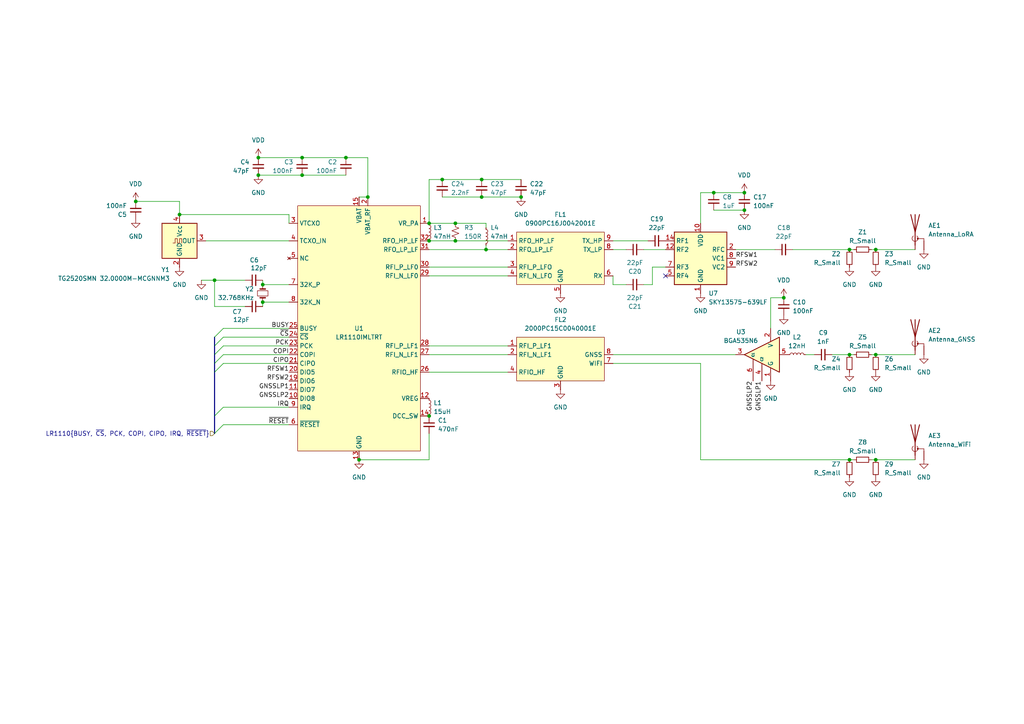
<source format=kicad_sch>
(kicad_sch (version 20250114) (generator "eeschema") (generator_version "9.0")
  (paper "A4")
  (lib_symbols
    (symbol "Device:Antenna_Shield" (pin_numbers (hide yes)) (pin_names (offset 1.016) (hide yes))
      (property "Reference" "AE" (at -1.905 4.445 0))
      (property "Value" "Antenna_Shield" (at -1.905 2.54 0))
      (symbol "Antenna_Shield_0_1"
        (arc (start 0 -2.667) (mid -0.8485 -2.1032) (end -0.508 -1.143))
        (polyline (pts (xy 0 5.08) (xy 0 -3.81)) (stroke (width 0.254)))
        (polyline (pts (xy 0 -2.54) (xy 0 0)))
        (arc (start 0.508 -1.143) (mid 0.8046 -2.0885) (end 0 -2.667))
        (polyline (pts (xy 0.762 -1.905) (xy 2.54 -1.905)))
        (circle (center 0.762 -1.905) (radius 0.1778) (fill (type outline)))
        (polyline (pts (xy 1.27 5.08) (xy 0 0) (xy -1.27 5.08)) (stroke (width 0.254)))
        (polyline (pts (xy 2.54 -2.54) (xy 2.54 -1.905)))
      )
      (symbol "Antenna_Shield_1_1"
        (pin input line (at 0 -5.08 90) (length 2.54) (name "A") (number "1"))
        (pin input line (at 2.54 -5.08 90) (length 2.54) (name "Shield") (number "2"))
      )
    )
    (symbol "Device:C_Small" (pin_numbers (hide yes)) (pin_names (offset 0.254) (hide yes))
      (property "Reference" "C" (at 0.254 1.778 0))
      (property "Value" "C_Small" (at 0.254 -2.032 0))
      (symbol "C_Small_0_1"
        (polyline (pts (xy -1.524 0.508) (xy 1.524 0.508)) (stroke (width 0.3048)))
        (polyline (pts (xy -1.524 -0.508) (xy 1.524 -0.508)) (stroke (width 0.3302)))
      )
      (symbol "C_Small_1_1"
        (pin passive line (at 0 2.54 270) (length 2.032) (name "~") (number "1"))
        (pin passive line (at 0 -2.54 90) (length 2.032) (name "~") (number "2"))
      )
    )
    (symbol "Device:Crystal_Small" (pin_numbers (hide yes)) (pin_names (offset 1.016) (hide yes))
      (property "Reference" "Y" (at 0 2.54 0))
      (property "Value" "Crystal_Small" (at 0 -2.54 0))
      (symbol "Crystal_Small_0_1"
        (polyline (pts (xy -1.27 -0.762) (xy -1.27 0.762)) (stroke (width 0.381)))
        (rectangle (start -0.762 -1.524) (end 0.762 1.524))
        (polyline (pts (xy 1.27 -0.762) (xy 1.27 0.762)) (stroke (width 0.381)))
      )
      (symbol "Crystal_Small_1_1"
        (pin passive line (at -2.54 0 0) (length 1.27) (name "1") (number "1"))
        (pin passive line (at 2.54 0 180) (length 1.27) (name "2") (number "2"))
      )
    )
    (symbol "Device:L_Small" (pin_numbers (hide yes)) (pin_names (offset 0.254) (hide yes))
      (property "Reference" "L" (at 0.762 1.016 0))
      (property "Value" "L_Small" (at 0.762 -1.016 0))
      (symbol "L_Small_0_1"
        (arc (start 0 2.032) (mid 0.5058 1.524) (end 0 1.016))
        (arc (start 0 1.016) (mid 0.5058 0.508) (end 0 0))
        (arc (start 0 0) (mid 0.5058 -0.508) (end 0 -1.016))
        (arc (start 0 -1.016) (mid 0.5058 -1.524) (end 0 -2.032))
      )
      (symbol "L_Small_1_1"
        (pin passive line (at 0 2.54 270) (length 0.508) (name "~") (number "1"))
        (pin passive line (at 0 -2.54 90) (length 0.508) (name "~") (number "2"))
      )
    )
    (symbol "Device:R_Small" (pin_numbers (hide yes)) (pin_names (offset 0.254) (hide yes))
      (property "Reference" "R" (at 0.762 0.508 0))
      (property "Value" "R_Small" (at 0.762 -1.016 0))
      (symbol "R_Small_0_1"
        (rectangle (start -0.762 1.778) (end 0.762 -1.778) (stroke (width 0.2032)))
      )
      (symbol "R_Small_1_1"
        (pin passive line (at 0 2.54 270) (length 0.762) (name "~") (number "1"))
        (pin passive line (at 0 -2.54 90) (length 0.762) (name "~") (number "2"))
      )
    )
    (symbol "Device:R_Small_US" (pin_numbers (hide yes)) (pin_names (offset 0.254) (hide yes))
      (property "Reference" "R" (at 0.762 0.508 0))
      (property "Value" "R_Small_US" (at 0.762 -1.016 0))
      (symbol "R_Small_US_1_1"
        (polyline (pts (xy 0 1.524) (xy 1.016 1.143) (xy 0 0.762) (xy -1.016 0.381) (xy 0 0)))
        (polyline (pts (xy 0 0) (xy 1.016 -0.381) (xy 0 -0.762) (xy -1.016 -1.143) (xy 0 -1.524)))
        (pin passive line (at 0 2.54 270) (length 1.016) (name "~") (number "1"))
        (pin passive line (at 0 -2.54 90) (length 1.016) (name "~") (number "2"))
      )
    )
    (symbol "Oscillator:TG2520SMN-xx.xxxxxxMhz-xxxxNM"
      (property "Reference" "Y" (at -5.08 6.35 0))
      (property "Value" "TG2520SMN-xx.xxxxxxMhz-xxxxNM" (at 1.27 -6.35 0))
      (symbol "TG2520SMN-xx.xxxxxxMhz-xxxxNM_0_1"
        (rectangle (start -5.08 5.08) (end 5.08 -5.08) (stroke (width 0.254)) (fill (type background)))
        (polyline (pts (xy -1.905 -0.635) (xy -1.27 -0.635) (xy -1.27 0.635) (xy -0.635 0.635) (xy -0.635 -0.635) (xy 0 -0.635) (xy 0 0.635) (xy 0.635 0.635) (xy 0.635 -0.635)))
      )
      (symbol "TG2520SMN-xx.xxxxxxMhz-xxxxNM_1_1"
        (pin no_connect line (at -5.08 0 0) (length 2.54) (hide yes) (name "NC") (number "1"))
        (pin power_in line (at 0 7.62 270) (length 2.54) (name "Vcc") (number "4"))
        (pin power_in line (at 0 -7.62 90) (length 2.54) (name "GND") (number "2"))
        (pin output line (at 7.62 0 180) (length 2.54) (name "OUT") (number "3"))
      )
    )
    (symbol "RF_Switch:SKY13575-639LF"
      (property "Reference" "U" (at -6.35 8.89 0))
      (property "Value" "SKY13575-639LF" (at 10.16 8.89 0))
      (symbol "SKY13575-639LF_0_1"
        (rectangle (start -7.62 7.62) (end 7.62 -7.62) (stroke (width 0.254)) (fill (type background)))
      )
      (symbol "SKY13575-639LF_1_1"
        (pin passive line (at -10.16 2.54 0) (length 2.54) (name "RFC") (number "2"))
        (pin input line (at -10.16 0 0) (length 2.54) (name "VC1") (number "8"))
        (pin input line (at -10.16 -2.54 0) (length 2.54) (name "VC2") (number "9"))
        (pin power_in line (at 0 10.16 270) (length 2.54) (name "VDD") (number "10"))
        (pin power_in line (at 0 -10.16 90) (length 2.54) (name "GND") (number "1"))
        (pin passive line (at 0 -10.16 90) (length 2.54) (hide yes) (name "GND") (number "11"))
        (pin passive line (at 0 -10.16 90) (length 2.54) (hide yes) (name "GND") (number "13"))
        (pin passive line (at 0 -10.16 90) (length 2.54) (hide yes) (name "GND") (number "15"))
        (pin passive line (at 0 -10.16 90) (length 2.54) (hide yes) (name "GND") (number "3"))
        (pin passive line (at 0 -10.16 90) (length 2.54) (hide yes) (name "GND") (number "4"))
        (pin passive line (at 0 -10.16 90) (length 2.54) (hide yes) (name "GND") (number "6"))
        (pin passive line (at 10.16 5.08 180) (length 2.54) (name "RF1") (number "14"))
        (pin passive line (at 10.16 2.54 180) (length 2.54) (name "RF2") (number "12"))
        (pin passive line (at 10.16 -2.54 180) (length 2.54) (name "RF3") (number "7"))
        (pin passive line (at 10.16 -5.08 180) (length 2.54) (name "RF4") (number "5"))
      )
    )
    (symbol "nRF54-LR1110-Fin-RF:0900PC16J0042001E"
      (property "Reference" "FL" (at 0 12.7 0))
      (property "Value" "0900PC16J0042001E" (at 0 10.16 0))
      (symbol "0900PC16J0042001E_0_0"
        (pin passive line (at -15.24 5.08 0) (length 2.54) (name "RFO_HP_LF") (number "1"))
        (pin passive line (at -15.24 -2.54 0) (length 2.54) (name "RFI_P_LFO") (number "3"))
        (pin passive line (at -15.24 -5.08 0) (length 2.54) (name "RFI_N_LFO") (number "4"))
        (pin passive line (at 0 -10.16 90) (length 2.54) (hide yes) (name "GND") (number "10"))
        (pin power_in line (at 0 -10.16 90) (length 2.54) (name "GND") (number "5"))
        (pin passive line (at 0 -10.16 90) (length 2.54) (hide yes) (name "GND") (number "7"))
        (pin passive line (at 15.24 5.08 180) (length 2.54) (name "TX_HP") (number "9"))
        (pin passive line (at 15.24 2.54 180) (length 2.54) (name "TX_LP") (number "8"))
        (pin passive line (at 15.24 -5.08 180) (length 2.54) (name "RX") (number "6"))
      )
      (symbol "0900PC16J0042001E_1_0"
        (pin passive line (at -15.24 2.54 0) (length 2.54) (name "RFO_LP_LF") (number "2"))
      )
      (symbol "0900PC16J0042001E_1_1"
        (rectangle (start -12.7 7.62) (end 12.7 -7.62) (fill (type background)))
      )
    )
    (symbol "nRF54-LR1110-Fin-RF:2000PC15C0040001E"
      (property "Reference" "FL" (at 0 12.7 0))
      (property "Value" "2000PC15C0040001E" (at 0 10.16 0))
      (symbol "2000PC15C0040001E_0_0"
        (pin passive line (at -15.24 5.08 0) (length 2.54) (name "RFI_P_LF1") (number "1"))
        (pin passive line (at -15.24 -2.54 0) (length 2.54) (name "RFIO_HF") (number "4"))
        (pin passive line (at 0 -7.62 90) (length 2.54) (hide yes) (name "GND") (number "10"))
        (pin power_in line (at 0 -7.62 90) (length 2.54) (name "GND") (number "3"))
        (pin passive line (at 0 -7.62 90) (length 2.54) (hide yes) (name "GND") (number "5"))
        (pin passive line (at 0 -7.62 90) (length 2.54) (hide yes) (name "GND") (number "6"))
        (pin passive line (at 0 -7.62 90) (length 2.54) (hide yes) (name "GND") (number "9"))
        (pin passive line (at 15.24 2.54 180) (length 2.54) (name "GNSS") (number "8"))
        (pin passive line (at 15.24 0 180) (length 2.54) (name "WIFI") (number "7"))
      )
      (symbol "2000PC15C0040001E_1_0"
        (pin passive line (at -15.24 2.54 0) (length 2.54) (name "RFI_N_LF1") (number "2"))
      )
      (symbol "2000PC15C0040001E_1_1"
        (rectangle (start -12.7 7.62) (end 12.7 -5.08) (fill (type background)))
      )
    )
    (symbol "nRF54-LR1110-Fin-RF:BGA535N6"
      (property "Reference" "U" (at 5.08 5.08 0))
      (property "Value" "BGA535N6" (at 0 0 0))
      (symbol "BGA535N6_0_1"
        (polyline (pts (xy 5.08 0) (xy -5.08 5.08) (xy -5.08 -5.08) (xy 5.08 0)) (stroke (width 0.254)) (fill (type background)))
      )
      (symbol "BGA535N6_1_0"
        (pin input line (at -7.62 0 0) (length 2.54) (name "~") (number "5"))
        (pin power_in line (at -2.54 7.62 270) (length 3.81) (name "V") (number "2"))
        (pin power_in line (at -2.54 -7.62 90) (length 3.81) (name "G") (number "1"))
        (pin input line (at 0 -7.62 90) (length 5.08) (name "C2") (number "4"))
        (pin input line (at 2.54 -7.62 90) (length 6.35) (name "C1") (number "6"))
        (pin output line (at 7.62 0 180) (length 2.54) (name "~") (number "3"))
      )
    )
    (symbol "nRF54-LR1110-Fin-RF:LR1110IMLTRT"
      (property "Reference" "U" (at 0 0 0))
      (property "Value" "LR1110IMLTRT" (at 0 -2.54 0))
      (symbol "LR1110IMLTRT_0_0"
        (pin power_out line (at -20.32 30.48 0) (length 2.54) (name "VTCXO") (number "3"))
        (pin input line (at -20.32 -27.94 0) (length 2.54) (name "~{RESET}") (number "6"))
        (pin power_in line (at 0 -38.1 90) (length 2.54) (name "GND") (number "13"))
        (pin passive line (at 0 -38.1 90) (length 2.54) (hide yes) (name "EP") (number "33"))
        (pin power_in line (at 2.54 38.1 270) (length 2.54) (name "VBAT_RF") (number "2"))
        (pin no_connect line (at 10.16 -35.56 90) (length 2.54) (hide yes) (name "DNC") (number "18"))
        (pin no_connect line (at 12.7 -35.56 90) (length 2.54) (hide yes) (name "DNC") (number "17"))
        (pin no_connect line (at 15.24 -35.56 90) (length 2.54) (hide yes) (name "DNC") (number "16"))
        (pin power_out line (at 20.32 30.48 180) (length 2.54) (name "VR_PA") (number "1"))
        (pin output line (at 20.32 25.4 180) (length 2.54) (name "RFO_HP_LF") (number "32"))
        (pin output line (at 20.32 22.86 180) (length 2.54) (name "RFO_LP_LF") (number "31"))
        (pin input line (at 20.32 17.78 180) (length 2.54) (name "RFI_P_LF0") (number "30"))
        (pin input line (at 20.32 15.24 180) (length 2.54) (name "RFI_N_LF0") (number "29"))
        (pin input line (at 20.32 -5.08 180) (length 2.54) (name "RFI_P_LF1") (number "28"))
        (pin input line (at 20.32 -7.62 180) (length 2.54) (name "RFI_N_LF1") (number "27"))
        (pin bidirectional line (at 20.32 -12.7 180) (length 2.54) (name "RFIO_HF") (number "26"))
        (pin power_out line (at 20.32 -20.32 180) (length 2.54) (name "VREG") (number "12"))
        (pin output line (at 20.32 -25.4 180) (length 2.54) (name "DCC_SW") (number "14"))
      )
      (symbol "LR1110IMLTRT_1_0"
        (pin passive line (at -20.32 25.4 0) (length 2.54) (name "XTA") (number "4") (alternate "TCXO_IN" input line))
        (pin passive line (at -20.32 20.32 0) (length 2.54) (name "XTB") (number "5") (alternate "NC" no_connect line))
        (pin passive line (at -20.32 12.7 0) (length 2.54) (name "32K_P") (number "7") (alternate "NC" no_connect line))
        (pin passive line (at -20.32 7.62 0) (length 2.54) (name "32K_N") (number "8"))
        (pin bidirectional line (at -20.32 0 0) (length 2.54) (name "DIO0") (number "25") (alternate "BUSY" output line))
        (pin bidirectional line (at -20.32 -2.54 0) (length 2.54) (name "DIO1") (number "24") (alternate "~{CS}" input line))
        (pin bidirectional line (at -20.32 -5.08 0) (length 2.54) (name "DIO2") (number "23") (alternate "PCK" input line))
        (pin bidirectional line (at -20.32 -7.62 0) (length 2.54) (name "DIO3") (number "22") (alternate "COPI" input line))
        (pin bidirectional line (at -20.32 -10.16 0) (length 2.54) (name "DIO4") (number "21") (alternate "CIPO" output line))
        (pin bidirectional line (at -20.32 -12.7 0) (length 2.54) (name "DIO5") (number "20"))
        (pin bidirectional line (at -20.32 -15.24 0) (length 2.54) (name "DIO6") (number "19"))
        (pin bidirectional line (at -20.32 -17.78 0) (length 2.54) (name "DIO7") (number "11"))
        (pin bidirectional line (at -20.32 -20.32 0) (length 2.54) (name "DIO8") (number "10"))
        (pin bidirectional line (at -20.32 -22.86 0) (length 2.54) (name "DIO9") (number "9") (alternate "IRQ" output line))
        (pin power_in line (at 0 38.1 270) (length 2.54) (name "VBAT") (number "15"))
      )
      (symbol "LR1110IMLTRT_1_1"
        (rectangle (start -17.78 35.56) (end 17.78 -35.56) (fill (type background)))
      )
    )
    (symbol "power:GND" (power) (pin_numbers (hide yes)) (pin_names (offset 0) (hide yes))
      (property "Value" "GND" (at 0 -3.81 0))
      (symbol "GND_0_1"
        (polyline (pts (xy 0 0) (xy 0 -1.27) (xy 1.27 -1.27) (xy 0 -2.54) (xy -1.27 -1.27) (xy 0 -1.27)))
      )
      (symbol "GND_1_1"
        (pin power_in line (at 0 0 270) (length 0) (name "~") (number "1"))
      )
    )
    (symbol "power:VDD" (power) (pin_numbers (hide yes)) (pin_names (offset 0) (hide yes))
      (property "Value" "VDD" (at 0 3.556 0))
      (symbol "VDD_0_1"
        (polyline (pts (xy -0.762 1.27) (xy 0 2.54)))
        (polyline (pts (xy 0 2.54) (xy 0.762 1.27)))
        (polyline (pts (xy 0 0) (xy 0 2.54)))
      )
      (symbol "VDD_1_1"
        (pin power_in line (at 0 0 90) (length 0) (name "~") (number "1"))
      )
    )
  )
  (junction (at 62.23 81.28))
  (junction (at 207.01 55.88))
  (junction (at 246.38 72.39))
  (junction (at 39.37 58.42))
  (junction (at 139.7 57.15))
  (junction (at 140.97 72.39))
  (junction (at 128.27 52.07))
  (junction (at 246.38 102.87))
  (junction (at 215.9 55.88))
  (junction (at 106.68 57.15))
  (junction (at 52.07 62.23))
  (junction (at 246.38 133.35))
  (junction (at 151.13 57.15))
  (junction (at 124.46 69.85))
  (junction (at 227.33 86.36))
  (junction (at 100.33 45.72))
  (junction (at 76.2 87.63))
  (junction (at 139.7 52.07))
  (junction (at 74.93 45.72))
  (junction (at 132.08 69.85))
  (junction (at 87.63 50.8))
  (junction (at 132.08 64.77))
  (junction (at 124.46 120.65))
  (junction (at 74.93 50.8))
  (junction (at 87.63 45.72))
  (junction (at 124.46 64.77))
  (junction (at 254 133.35))
  (junction (at 254 102.87))
  (junction (at 254 72.39))
  (junction (at 215.9 60.96))
  (junction (at 104.14 133.35))
  (junction (at 76.2 82.55))
  (no_connect (at 193.04 80.01))
  (bus_entry (at 64.77 118.11) (size -2.54 2.54))
  (bus_entry (at 64.77 100.33) (size -2.54 2.54))
  (bus_entry (at 64.77 102.87) (size -2.54 2.54))
  (bus_entry (at 64.77 123.19) (size -2.54 2.54))
  (bus_entry (at 64.77 105.41) (size -2.54 2.54))
  (bus_entry (at 64.77 95.25) (size -2.54 2.54))
  (bus_entry (at 64.77 97.79) (size -2.54 2.54))
  (wire (pts (xy 83.82 118.11) (xy 64.77 118.11)))
  (wire (pts (xy 76.2 87.63) (xy 83.82 87.63)))
  (wire (pts (xy 76.2 82.55) (xy 83.82 82.55)))
  (wire (pts (xy 181.61 82.55) (xy 177.8 82.55)))
  (wire (pts (xy 203.2 105.41) (xy 203.2 133.35)))
  (wire (pts (xy 215.9 60.96) (xy 207.01 60.96)))
  (wire (pts (xy 128.27 57.15) (xy 139.7 57.15)))
  (wire (pts (xy 87.63 45.72) (xy 100.33 45.72)))
  (bus (pts (xy 62.23 97.79) (xy 62.23 100.33)))
  (wire (pts (xy 83.82 100.33) (xy 64.77 100.33)))
  (wire (pts (xy 100.33 45.72) (xy 106.68 45.72)))
  (wire (pts (xy 254 133.35) (xy 265.43 133.35)))
  (wire (pts (xy 74.93 50.8) (xy 87.63 50.8)))
  (wire (pts (xy 59.69 69.85) (xy 83.82 69.85)))
  (wire (pts (xy 203.2 133.35) (xy 246.38 133.35)))
  (wire (pts (xy 140.97 64.77) (xy 132.08 64.77)))
  (wire (pts (xy 254 72.39) (xy 265.43 72.39)))
  (wire (pts (xy 177.8 72.39) (xy 181.61 72.39)))
  (wire (pts (xy 203.2 105.41) (xy 177.8 105.41)))
  (wire (pts (xy 223.52 86.36) (xy 223.52 95.25)))
  (wire (pts (xy 39.37 58.42) (xy 52.07 58.42)))
  (wire (pts (xy 254 133.35) (xy 252.73 133.35)))
  (wire (pts (xy 124.46 72.39) (xy 140.97 72.39)))
  (bus (pts (xy 62.23 102.87) (xy 62.23 105.41)))
  (wire (pts (xy 124.46 52.07) (xy 124.46 64.77)))
  (wire (pts (xy 76.2 87.63) (xy 76.2 88.9)))
  (wire (pts (xy 147.32 107.95) (xy 124.46 107.95)))
  (wire (pts (xy 233.68 102.87) (xy 236.22 102.87)))
  (wire (pts (xy 246.38 102.87) (xy 247.65 102.87)))
  (wire (pts (xy 83.82 97.79) (xy 64.77 97.79)))
  (wire (pts (xy 140.97 71.12) (xy 140.97 72.39)))
  (wire (pts (xy 186.69 72.39) (xy 193.04 72.39)))
  (wire (pts (xy 83.82 102.87) (xy 64.77 102.87)))
  (wire (pts (xy 83.82 123.19) (xy 64.77 123.19)))
  (wire (pts (xy 241.3 102.87) (xy 246.38 102.87)))
  (wire (pts (xy 62.23 81.28) (xy 71.12 81.28)))
  (wire (pts (xy 207.01 55.88) (xy 203.2 55.88)))
  (wire (pts (xy 177.8 69.85) (xy 187.96 69.85)))
  (wire (pts (xy 106.68 45.72) (xy 106.68 57.15)))
  (wire (pts (xy 186.69 82.55) (xy 189.23 82.55)))
  (wire (pts (xy 227.33 86.36) (xy 223.52 86.36)))
  (wire (pts (xy 147.32 100.33) (xy 124.46 100.33)))
  (wire (pts (xy 229.87 72.39) (xy 246.38 72.39)))
  (wire (pts (xy 147.32 69.85) (xy 132.08 69.85)))
  (wire (pts (xy 132.08 69.85) (xy 124.46 69.85)))
  (wire (pts (xy 177.8 82.55) (xy 177.8 80.01)))
  (wire (pts (xy 193.04 77.47) (xy 189.23 77.47)))
  (wire (pts (xy 83.82 105.41) (xy 64.77 105.41)))
  (wire (pts (xy 213.36 72.39) (xy 224.79 72.39)))
  (wire (pts (xy 83.82 62.23) (xy 83.82 64.77)))
  (wire (pts (xy 74.93 45.72) (xy 87.63 45.72)))
  (wire (pts (xy 87.63 50.8) (xy 100.33 50.8)))
  (wire (pts (xy 132.08 64.77) (xy 124.46 64.77)))
  (wire (pts (xy 62.23 88.9) (xy 62.23 81.28)))
  (wire (pts (xy 151.13 52.07) (xy 139.7 52.07)))
  (wire (pts (xy 140.97 66.04) (xy 140.97 64.77)))
  (wire (pts (xy 254 102.87) (xy 252.73 102.87)))
  (wire (pts (xy 104.14 133.35) (xy 124.46 133.35)))
  (wire (pts (xy 71.12 88.9) (xy 62.23 88.9)))
  (wire (pts (xy 104.14 57.15) (xy 106.68 57.15)))
  (wire (pts (xy 58.42 81.28) (xy 62.23 81.28)))
  (wire (pts (xy 52.07 58.42) (xy 52.07 62.23)))
  (wire (pts (xy 147.32 102.87) (xy 124.46 102.87)))
  (wire (pts (xy 203.2 55.88) (xy 203.2 64.77)))
  (wire (pts (xy 147.32 77.47) (xy 124.46 77.47)))
  (wire (pts (xy 124.46 133.35) (xy 124.46 125.73)))
  (wire (pts (xy 189.23 77.47) (xy 189.23 82.55)))
  (bus (pts (xy 62.23 100.33) (xy 62.23 102.87)))
  (wire (pts (xy 177.8 102.87) (xy 213.36 102.87)))
  (wire (pts (xy 128.27 52.07) (xy 124.46 52.07)))
  (wire (pts (xy 254 72.39) (xy 252.73 72.39)))
  (wire (pts (xy 215.9 55.88) (xy 207.01 55.88)))
  (wire (pts (xy 139.7 57.15) (xy 151.13 57.15)))
  (wire (pts (xy 83.82 95.25) (xy 64.77 95.25)))
  (wire (pts (xy 254 102.87) (xy 265.43 102.87)))
  (wire (pts (xy 139.7 52.07) (xy 128.27 52.07)))
  (wire (pts (xy 147.32 72.39) (xy 140.97 72.39)))
  (wire (pts (xy 76.2 81.28) (xy 76.2 82.55)))
  (wire (pts (xy 246.38 133.35) (xy 247.65 133.35)))
  (bus (pts (xy 62.23 107.95) (xy 62.23 120.65)))
  (wire (pts (xy 147.32 80.01) (xy 124.46 80.01)))
  (wire (pts (xy 246.38 72.39) (xy 247.65 72.39)))
  (wire (pts (xy 52.07 62.23) (xy 83.82 62.23)))
  (bus (pts (xy 62.23 105.41) (xy 62.23 107.95)))
  (bus (pts (xy 62.23 120.65) (xy 62.23 125.73)))
  (label "~{RESET}" (at 83.82 123.19 180))
  (label "RFSW2" (at 83.82 110.49 180))
  (label "RFSW1" (at 213.36 74.93 0))
  (label "RFSW1" (at 83.82 107.95 180))
  (label "BUSY" (at 83.82 95.25 180))
  (label "RFSW2" (at 213.36 77.47 0))
  (label "GNSSLP2" (at 83.82 115.57 180))
  (label "PCK" (at 83.82 100.33 180))
  (label "GNSSLP1" (at 83.82 113.03 180))
  (label "IRQ" (at 83.82 118.11 180))
  (label "~{CS}" (at 83.82 97.79 180))
  (label "GNSSLP2" (at 218.44 110.49 270))
  (label "CIPO" (at 83.82 105.41 180))
  (label "COPI" (at 83.82 102.87 180))
  (label "GNSSLP1" (at 220.98 110.49 270))
  (hierarchical_label "LR1110{BUSY, ~{CS}, PCK, COPI, CIPO, IRQ, ~{RESET}}" (shape input) (at 62.23 125.73 180))
  (symbol (lib_id "power:GND") (at 215.9 60.96 0) (unit 1)
    (property "Reference" "#PWR09" (effects (hide yes)))
    (property "Value" "GND" (at 215.9 66.04 0))
    (property "Description" "Power symbol creates a global label with name \"GND\" , ground" (effects (hide yes)))
  )
  (symbol (lib_id "Device:R_Small") (at 246.38 135.89 0) (mirror x) (unit 1)
    (property "Reference" "Z7" (at 243.84 134.6199 0) (effects (justify right)))
    (property "Value" "R_Small" (at 243.84 137.1599 0) (effects (justify right)))
    (property "Footprint" "Capacitor_SMD:C_0402_1005Metric" (effects (hide yes)))
    (property "Description" "Resistor, small symbol" (effects (hide yes)))
  )
  (symbol (lib_id "nRF54-LR1110-Fin-RF:BGA535N6") (at 220.98 102.87 0) (mirror y) (unit 1)
    (property "Reference" "U3" (at 214.884 96.266 0))
    (property "Value" "BGA535N6" (at 214.884 98.806 0))
    (property "Footprint" "Package_LGA:Infineon_PG-TSNP-6-10_0.7x1.1mm_0.7x1.1mm_P0.4mm" (effects (hide yes)))
    (property "Datasheet" "https://www.infineon.com/dgdl/Infineon-BGA535N6-DataSheet-v01_01-EN.pdf?fileId=8ac78c8c90530b3a01914688b9c83f20" (effects (hide yes)))
    (property "Description" "Dualband GPS LNA, 1164-1615MHz, TSNP-6-10" (effects (hide yes)))
  )
  (symbol (lib_id "Device:C_Small") (at 227.33 72.39 90) (unit 1)
    (property "Reference" "C18" (at 227.3363 66.04 90))
    (property "Value" "22pF" (at 227.3363 68.58 90))
    (property "Description" "Unpolarized capacitor, small symbol" (effects (hide yes)))
  )
  (symbol (lib_id "Device:C_Small") (at 74.93 48.26 0) (unit 1)
    (property "Reference" "C4" (at 72.39 46.9962 0) (effects (justify right)))
    (property "Value" "47pF" (at 72.39 49.5362 0) (effects (justify right)))
    (property "Footprint" "Capacitor_SMD:C_0402_1005Metric" (effects (hide yes)))
    (property "Description" "Unpolarized capacitor, small symbol" (effects (hide yes)))
  )
  (symbol (lib_id "Device:Antenna_Shield") (at 265.43 128.27 0) (unit 1)
    (property "Reference" "AE3" (at 269.24 126.3649 0) (effects (justify left)))
    (property "Value" "Antenna_WiFi" (at 269.24 128.9049 0) (effects (justify left)))
    (property "Footprint" "Connector_Coaxial:SMA_Amphenol_132289_EdgeMount" (effects (hide yes)))
    (property "Description" "Antenna with extra pin for shielding" (effects (hide yes)))
  )
  (symbol (lib_id "Device:R_Small") (at 250.19 133.35 90) (unit 1)
    (property "Reference" "Z8" (at 250.19 128.27 90))
    (property "Value" "R_Small" (at 250.19 130.81 90))
    (property "Footprint" "Capacitor_SMD:C_0402_1005Metric" (effects (hide yes)))
    (property "Description" "Resistor, small symbol" (effects (hide yes)))
  )
  (symbol (lib_id "power:GND") (at 151.13 57.15 0) (unit 1)
    (property "Reference" "#PWR050" (effects (hide yes)))
    (property "Value" "GND" (at 151.13 62.23 0))
    (property "Description" "Power symbol creates a global label with name \"GND\" , ground" (effects (hide yes)))
  )
  (symbol (lib_id "power:GND") (at 162.56 85.09 0) (unit 1)
    (property "Reference" "#PWR05" (effects (hide yes)))
    (property "Value" "GND" (at 162.56 90.17 0))
    (property "Description" "Power symbol creates a global label with name \"GND\" , ground" (effects (hide yes)))
  )
  (symbol (lib_id "nRF54-LR1110-Fin-RF:0900PC16J0042001E") (at 162.56 74.93 0) (unit 1)
    (property "Reference" "FL1" (at 162.56 62.23 0))
    (property "Value" "0900PC16J0042001E" (at 162.56 64.77 0))
    (property "Footprint" "RF_Converter:Balun_Johanson_0900FM15K0039" (effects (hide yes)))
  )
  (symbol (lib_id "power:VDD") (at 227.33 86.36 0) (unit 1)
    (property "Reference" "#PWR049" (effects (hide yes)))
    (property "Value" "VDD" (at 227.33 81.28 0))
    (property "Description" "Power symbol creates a global label with name \"VDD\"" (effects (hide yes)))
  )
  (symbol (lib_id "Device:L_Small") (at 124.46 118.11 0) (unit 1)
    (property "Reference" "L1" (at 125.73 116.8399 0) (effects (justify left)))
    (property "Value" "15uH" (at 125.73 119.3799 0) (effects (justify left)))
    (property "Footprint" "Inductor_SMD:L_0603_1608Metric" (effects (hide yes)))
    (property "Description" "Inductor, small symbol" (effects (hide yes)))
  )
  (symbol (lib_id "power:GND") (at 267.97 133.35 0) (unit 1)
    (property "Reference" "#PWR018" (effects (hide yes)))
    (property "Value" "GND" (at 267.97 138.43 0))
    (property "Description" "Power symbol creates a global label with name \"GND\" , ground" (effects (hide yes)))
  )
  (symbol (lib_id "power:GND") (at 52.07 77.47 0) (unit 1)
    (property "Reference" "#PWR03" (effects (hide yes)))
    (property "Value" "GND" (at 52.07 82.55 0))
    (property "Description" "Power symbol creates a global label with name \"GND\" , ground" (effects (hide yes)))
  )
  (symbol (lib_id "power:GND") (at 254 77.47 0) (unit 1)
    (property "Reference" "#PWR011" (effects (hide yes)))
    (property "Value" "GND" (at 254 82.55 0))
    (property "Description" "Power symbol creates a global label with name \"GND\" , ground" (effects (hide yes)))
  )
  (symbol (lib_id "Device:C_Small") (at 227.33 88.9 0) (mirror y) (unit 1)
    (property "Reference" "C10" (at 229.87 87.6362 0) (effects (justify right)))
    (property "Value" "100nF" (at 229.87 90.1762 0) (effects (justify right)))
    (property "Footprint" "Capacitor_SMD:C_0402_1005Metric" (effects (hide yes)))
    (property "Description" "Unpolarized capacitor, small symbol" (effects (hide yes)))
  )
  (symbol (lib_id "power:GND") (at 203.2 85.09 0) (unit 1)
    (property "Reference" "#PWR07" (effects (hide yes)))
    (property "Value" "GND" (at 203.2 90.17 0))
    (property "Description" "Power symbol creates a global label with name \"GND\" , ground" (effects (hide yes)))
  )
  (symbol (lib_id "Device:C_Small") (at 207.01 58.42 0) (mirror y) (unit 1)
    (property "Reference" "C8" (at 209.55 57.1562 0) (effects (justify right)))
    (property "Value" "1uF" (at 209.55 59.6962 0) (effects (justify right)))
    (property "Footprint" "Capacitor_SMD:C_0402_1005Metric" (effects (hide yes)))
    (property "Description" "Unpolarized capacitor, small symbol" (effects (hide yes)))
  )
  (symbol (lib_id "Device:L_Small") (at 124.46 67.31 0) (unit 1)
    (property "Reference" "L3" (at 125.73 66.0399 0) (effects (justify left)))
    (property "Value" "47nH" (at 125.73 68.5799 0) (effects (justify left)))
    (property "Footprint" "Inductor_SMD:L_0402_1005Metric" (effects (hide yes)))
    (property "Description" "Inductor, small symbol" (effects (hide yes)))
  )
  (symbol (lib_id "Device:Crystal_Small") (at 76.2 85.09 90) (unit 1)
    (property "Reference" "Y2" (at 73.66 83.8199 90) (effects (justify left)))
    (property "Value" "32.768KHz" (at 73.66 86.3599 90) (effects (justify left)))
    (property "Footprint" "Crystal:Crystal_SMD_2012-2Pin_2.0x1.2mm" (effects (hide yes)))
    (property "Description" "Two pin crystal, small symbol" (effects (hide yes)))
  )
  (symbol (lib_id "Device:C_Small") (at 139.7 54.61 0) (mirror y) (unit 1)
    (property "Reference" "C23" (at 142.24 53.3462 0) (effects (justify right)))
    (property "Value" "47pF" (at 142.24 55.8862 0) (effects (justify right)))
    (property "Footprint" "Capacitor_SMD:C_0402_1005Metric" (effects (hide yes)))
    (property "Description" "Unpolarized capacitor, small symbol" (effects (hide yes)))
  )
  (symbol (lib_id "power:VDD") (at 39.37 58.42 0) (unit 1)
    (property "Reference" "#PWR046" (effects (hide yes)))
    (property "Value" "VDD" (at 39.37 53.34 0))
    (property "Description" "Power symbol creates a global label with name \"VDD\"" (effects (hide yes)))
  )
  (symbol (lib_id "Device:R_Small") (at 254 105.41 180) (unit 1)
    (property "Reference" "Z6" (at 256.54 104.1399 0) (effects (justify right)))
    (property "Value" "R_Small" (at 256.54 106.6799 0) (effects (justify right)))
    (property "Footprint" "Capacitor_SMD:C_0402_1005Metric" (effects (hide yes)))
    (property "Description" "Resistor, small symbol" (effects (hide yes)))
  )
  (symbol (lib_id "power:GND") (at 104.14 133.35 0) (unit 1)
    (property "Reference" "#PWR01" (effects (hide yes)))
    (property "Value" "GND" (at 104.14 138.43 0))
    (property "Description" "Power symbol creates a global label with name \"GND\" , ground" (effects (hide yes)))
  )
  (symbol (lib_id "Device:R_Small") (at 246.38 105.41 0) (mirror x) (unit 1)
    (property "Reference" "Z4" (at 243.84 104.1399 0) (effects (justify right)))
    (property "Value" "R_Small" (at 243.84 106.6799 0) (effects (justify right)))
    (property "Footprint" "Capacitor_SMD:C_0402_1005Metric" (effects (hide yes)))
    (property "Description" "Resistor, small symbol" (effects (hide yes)))
  )
  (symbol (lib_id "power:GND") (at 246.38 107.95 0) (unit 1)
    (property "Reference" "#PWR013" (effects (hide yes)))
    (property "Value" "GND" (at 246.38 113.03 0))
    (property "Description" "Power symbol creates a global label with name \"GND\" , ground" (effects (hide yes)))
  )
  (symbol (lib_id "Device:R_Small") (at 254 74.93 180) (unit 1)
    (property "Reference" "Z3" (at 256.54 73.6599 0) (effects (justify right)))
    (property "Value" "R_Small" (at 256.54 76.1999 0) (effects (justify right)))
    (property "Footprint" "Capacitor_SMD:C_0402_1005Metric" (effects (hide yes)))
    (property "Description" "Resistor, small symbol" (effects (hide yes)))
  )
  (symbol (lib_id "Device:C_Small") (at 238.76 102.87 90) (unit 1)
    (property "Reference" "C9" (at 238.7663 96.52 90))
    (property "Value" "1nF" (at 238.7663 99.06 90))
    (property "Footprint" "Capacitor_SMD:C_0402_1005Metric" (effects (hide yes)))
    (property "Description" "Unpolarized capacitor, small symbol" (effects (hide yes)))
  )
  (symbol (lib_id "power:GND") (at 162.56 113.03 0) (unit 1)
    (property "Reference" "#PWR06" (effects (hide yes)))
    (property "Value" "GND" (at 162.56 118.11 0))
    (property "Description" "Power symbol creates a global label with name \"GND\" , ground" (effects (hide yes)))
  )
  (symbol (lib_id "power:GND") (at 74.93 50.8 0) (unit 1)
    (property "Reference" "#PWR02" (effects (hide yes)))
    (property "Value" "GND" (at 74.93 55.88 0))
    (property "Description" "Power symbol creates a global label with name \"GND\" , ground" (effects (hide yes)))
  )
  (symbol (lib_id "Device:Antenna_Shield") (at 265.43 67.31 0) (unit 1)
    (property "Reference" "AE1" (at 269.24 65.4049 0) (effects (justify left)))
    (property "Value" "Antenna_LoRA" (at 269.24 67.9449 0) (effects (justify left)))
    (property "Footprint" "Connector_Coaxial:SMA_Amphenol_132289_EdgeMount" (effects (hide yes)))
    (property "Description" "Antenna with extra pin for shielding" (effects (hide yes)))
  )
  (symbol (lib_id "power:GND") (at 58.42 81.28 0) (unit 1)
    (property "Reference" "#PWR08" (effects (hide yes)))
    (property "Value" "GND" (at 58.42 86.36 0))
    (property "Description" "Power symbol creates a global label with name \"GND\" , ground" (effects (hide yes)))
  )
  (symbol (lib_id "power:GND") (at 267.97 102.87 0) (unit 1)
    (property "Reference" "#PWR017" (effects (hide yes)))
    (property "Value" "GND" (at 267.97 107.95 0))
    (property "Description" "Power symbol creates a global label with name \"GND\" , ground" (effects (hide yes)))
  )
  (symbol (lib_id "Device:C_Small") (at 184.15 82.55 90) (mirror x) (unit 1)
    (property "Reference" "C21" (at 184.1563 88.9 90))
    (property "Value" "22pF" (at 184.1563 86.36 90))
    (property "Description" "Unpolarized capacitor, small symbol" (effects (hide yes)))
  )
  (symbol (lib_id "Device:R_Small") (at 250.19 102.87 90) (unit 1)
    (property "Reference" "Z5" (at 250.19 97.79 90))
    (property "Value" "R_Small" (at 250.19 100.33 90))
    (property "Footprint" "Capacitor_SMD:C_0402_1005Metric" (effects (hide yes)))
    (property "Description" "Resistor, small symbol" (effects (hide yes)))
  )
  (symbol (lib_id "Device:C_Small") (at 87.63 48.26 0) (unit 1)
    (property "Reference" "C3" (at 85.09 46.9962 0) (effects (justify right)))
    (property "Value" "100nF" (at 85.09 49.5362 0) (effects (justify right)))
    (property "Footprint" "Capacitor_SMD:C_0402_1005Metric" (effects (hide yes)))
    (property "Description" "Unpolarized capacitor, small symbol" (effects (hide yes)))
  )
  (symbol (lib_id "Device:C_Small") (at 39.37 60.96 0) (mirror x) (unit 1)
    (property "Reference" "C5" (at 36.83 62.2238 0) (effects (justify right)))
    (property "Value" "100nF" (at 36.83 59.6838 0) (effects (justify right)))
    (property "Footprint" "Capacitor_SMD:C_0402_1005Metric" (effects (hide yes)))
    (property "Description" "Unpolarized capacitor, small symbol" (effects (hide yes)))
  )
  (symbol (lib_id "Device:C_Small") (at 184.15 72.39 90) (mirror x) (unit 1)
    (property "Reference" "C20" (at 184.1563 78.74 90))
    (property "Value" "22pF" (at 184.1563 76.2 90))
    (property "Description" "Unpolarized capacitor, small symbol" (effects (hide yes)))
  )
  (symbol (lib_id "Device:C_Small") (at 128.27 54.61 0) (mirror y) (unit 1)
    (property "Reference" "C24" (at 130.81 53.3462 0) (effects (justify right)))
    (property "Value" "2.2nF" (at 130.81 55.8862 0) (effects (justify right)))
    (property "Footprint" "Capacitor_SMD:C_0402_1005Metric" (effects (hide yes)))
    (property "Description" "Unpolarized capacitor, small symbol" (effects (hide yes)))
  )
  (symbol (lib_id "Device:R_Small") (at 250.19 72.39 90) (unit 1)
    (property "Reference" "Z1" (at 250.19 67.31 90))
    (property "Value" "R_Small" (at 250.19 69.85 90))
    (property "Footprint" "Capacitor_SMD:C_0402_1005Metric" (effects (hide yes)))
    (property "Description" "Resistor, small symbol" (effects (hide yes)))
  )
  (symbol (lib_id "Device:Antenna_Shield") (at 265.43 97.79 0) (unit 1)
    (property "Reference" "AE2" (at 269.24 95.8849 0) (effects (justify left)))
    (property "Value" "Antenna_GNSS" (at 269.24 98.4249 0) (effects (justify left)))
    (property "Footprint" "Connector_Coaxial:SMA_Amphenol_132289_EdgeMount" (effects (hide yes)))
    (property "Description" "Antenna with extra pin for shielding" (effects (hide yes)))
  )
  (symbol (lib_id "Device:C_Small") (at 124.46 123.19 0) (unit 1)
    (property "Reference" "C1" (at 127 121.9262 0) (effects (justify left)))
    (property "Value" "470nF" (at 127 124.4662 0) (effects (justify left)))
    (property "Footprint" "Capacitor_SMD:C_0402_1005Metric" (effects (hide yes)))
    (property "Description" "Unpolarized capacitor, small symbol" (effects (hide yes)))
  )
  (symbol (lib_id "Device:C_Small") (at 100.33 48.26 0) (unit 1)
    (property "Reference" "C2" (at 97.79 46.9962 0) (effects (justify right)))
    (property "Value" "100nF" (at 97.79 49.5362 0) (effects (justify right)))
    (property "Footprint" "Capacitor_SMD:C_0402_1005Metric" (effects (hide yes)))
    (property "Description" "Unpolarized capacitor, small symbol" (effects (hide yes)))
  )
  (symbol (lib_id "Device:C_Small") (at 73.66 88.9 270) (mirror x) (unit 1)
    (property "Reference" "C7" (at 70.104 90.424 90) (effects (justify right)))
    (property "Value" "12pF" (at 67.564 92.71 90) (effects (justify left)))
    (property "Footprint" "Capacitor_SMD:C_0402_1005Metric" (effects (hide yes)))
    (property "Description" "Unpolarized capacitor, small symbol" (effects (hide yes)))
  )
  (symbol (lib_id "Oscillator:TG2520SMN-xx.xxxxxxMhz-xxxxNM") (at 52.07 69.85 0) (unit 1)
    (property "Reference" "Y1" (at 49.276 78.232 0) (effects (justify right)))
    (property "Value" "TG2520SMN 32.0000M-MCGNNM3" (at 49.276 80.772 0) (effects (justify right)))
    (property "Footprint" "Oscillator:Oscillator_SMD_SeikoEpson_TG2520SMN-xxx-xxxxxx-4Pin_2.5x2.0mm" (effects (hide yes)))
    (property "Datasheet" "https://support.epson.biz/td/api/doc_check.php?dl=app_TG2520SMN&lang=en" (effects (hide yes)))
    (property "Description" "Crystal Oscillator Low Profile / High Stability TCXO" (effects (hide yes)))
  )
  (symbol (lib_id "nRF54-LR1110-Fin-RF:2000PC15C0040001E") (at 162.56 105.41 0) (unit 1)
    (property "Reference" "FL2" (at 162.56 92.71 0))
    (property "Value" "2000PC15C0040001E" (at 162.56 95.25 0))
    (property "Footprint" "RF_Converter:Balun_Johanson_0900FM15K0039" (effects (hide yes)))
  )
  (symbol (lib_id "power:GND") (at 254 138.43 0) (unit 1)
    (property "Reference" "#PWR016" (effects (hide yes)))
    (property "Value" "GND" (at 254 143.51 0))
    (property "Description" "Power symbol creates a global label with name \"GND\" , ground" (effects (hide yes)))
  )
  (symbol (lib_id "Device:R_Small_US") (at 132.08 67.31 0) (unit 1)
    (property "Reference" "R3" (at 134.62 66.0399 0) (effects (justify left)))
    (property "Value" "150R" (at 134.62 68.5799 0) (effects (justify left)))
    (property "Description" "Resistor, small US symbol" (effects (hide yes)))
  )
  (symbol (lib_id "Device:C_Small") (at 190.5 69.85 90) (unit 1)
    (property "Reference" "C19" (at 190.5063 63.5 90))
    (property "Value" "22pF" (at 190.5063 66.04 90))
    (property "Description" "Unpolarized capacitor, small symbol" (effects (hide yes)))
  )
  (symbol (lib_id "power:VDD") (at 74.93 45.72 0) (unit 1)
    (property "Reference" "#PWR047" (effects (hide yes)))
    (property "Value" "VDD" (at 74.93 40.64 0))
    (property "Description" "Power symbol creates a global label with name \"VDD\"" (effects (hide yes)))
  )
  (symbol (lib_id "nRF54-LR1110-Fin-RF:LR1110IMLTRT") (at 104.14 95.25 0) (unit 1)
    (property "Reference" "U1" (at 104.14 95.25 0))
    (property "Value" "LR1110IMLTRT" (at 104.14 97.79 0))
    (property "Footprint" "Package_DFN_QFN:QFN-32-1EP_5x5mm_P0.5mm_EP3.7x3.7mm_ThermalVias" (effects (hide yes)))
    (property "Datasheet" "https://semtech.my.salesforce.com/sfc/p/#E0000000JelG/a/2R000000Q2YY/7hyal8gUewWREN8DSEk5R3Ee8OpqEuVOdsHpiAHb3jo" (effects (hide yes)))
    (property "Description" "Ultra-low power Wi-Fi/GNSS scanner + LoRa transceiver, 150-960MHz, 22dBm output power, GPS/BeiDou scanning, Wi-Fi passive scanning, QFN-32" (effects (hide yes)))
    (pin "24" (alternate "~{CS}"))
    (pin "25" (alternate "BUSY"))
    (pin "5" (alternate "NC"))
    (pin "22" (alternate "COPI"))
    (pin "21" (alternate "CIPO"))
    (pin "9" (alternate "IRQ"))
    (pin "4" (alternate "TCXO_IN"))
    (pin "23" (alternate "PCK"))
  )
  (symbol (lib_id "Device:R_Small") (at 254 135.89 180) (unit 1)
    (property "Reference" "Z9" (at 256.54 134.6199 0) (effects (justify right)))
    (property "Value" "R_Small" (at 256.54 137.1599 0) (effects (justify right)))
    (property "Footprint" "Capacitor_SMD:C_0402_1005Metric" (effects (hide yes)))
    (property "Description" "Resistor, small symbol" (effects (hide yes)))
  )
  (symbol (lib_id "Device:C_Small") (at 215.9 58.42 0) (mirror y) (unit 1)
    (property "Reference" "C17" (at 218.44 57.1562 0) (effects (justify right)))
    (property "Value" "100nF" (at 218.44 59.6962 0) (effects (justify right)))
    (property "Footprint" "Capacitor_SMD:C_0402_1005Metric" (effects (hide yes)))
    (property "Description" "Unpolarized capacitor, small symbol" (effects (hide yes)))
  )
  (symbol (lib_id "Device:C_Small") (at 73.66 81.28 90) (mirror x) (unit 1)
    (property "Reference" "C6" (at 72.39 75.438 90) (effects (justify right)))
    (property "Value" "12pF" (at 72.644 77.724 90) (effects (justify right)))
    (property "Footprint" "Capacitor_SMD:C_0402_1005Metric" (effects (hide yes)))
    (property "Description" "Unpolarized capacitor, small symbol" (effects (hide yes)))
  )
  (symbol (lib_id "power:GND") (at 246.38 138.43 0) (unit 1)
    (property "Reference" "#PWR015" (effects (hide yes)))
    (property "Value" "GND" (at 246.38 143.51 0))
    (property "Description" "Power symbol creates a global label with name \"GND\" , ground" (effects (hide yes)))
  )
  (symbol (lib_id "Device:R_Small") (at 246.38 74.93 0) (mirror x) (unit 1)
    (property "Reference" "Z2" (at 243.84 73.6599 0) (effects (justify right)))
    (property "Value" "R_Small" (at 243.84 76.1999 0) (effects (justify right)))
    (property "Footprint" "Capacitor_SMD:C_0402_1005Metric" (effects (hide yes)))
    (property "Description" "Resistor, small symbol" (effects (hide yes)))
  )
  (symbol (lib_id "power:GND") (at 223.52 110.49 0) (unit 1)
    (property "Reference" "#PWR019" (effects (hide yes)))
    (property "Value" "GND" (at 223.52 115.57 0))
    (property "Description" "Power symbol creates a global label with name \"GND\" , ground" (effects (hide yes)))
  )
  (symbol (lib_id "power:GND") (at 267.97 72.39 0) (unit 1)
    (property "Reference" "#PWR012" (effects (hide yes)))
    (property "Value" "GND" (at 267.97 77.47 0))
    (property "Description" "Power symbol creates a global label with name \"GND\" , ground" (effects (hide yes)))
  )
  (symbol (lib_id "power:VDD") (at 215.9 55.88 0) (unit 1)
    (property "Reference" "#PWR048" (effects (hide yes)))
    (property "Value" "VDD" (at 215.9 50.8 0))
    (property "Description" "Power symbol creates a global label with name \"VDD\"" (effects (hide yes)))
  )
  (symbol (lib_id "RF_Switch:SKY13575-639LF") (at 203.2 74.93 0) (mirror y) (unit 1)
    (property "Reference" "U7" (at 205.486 85.09 0) (effects (justify right)))
    (property "Value" "SKY13575-639LF" (at 205.486 87.63 0) (effects (justify right)))
    (property "Footprint" "RF:Skyworks_SKY13575_639LF" (effects (hide yes)))
    (property "Datasheet" "https://www.skyworksinc.com/-/media/SkyWorks/Documents/Products/2201-2300/SKY13575_639LF_203270D.pdf" (effects (hide yes)))
    (property "Description" "SP4T 100MHz-6GHz absorptive switch, 50 Ohm, QFN-14" (effects (hide yes)))
  )
  (symbol (lib_id "Device:C_Small") (at 151.13 54.61 0) (mirror y) (unit 1)
    (property "Reference" "C22" (at 153.67 53.3462 0) (effects (justify right)))
    (property "Value" "47pF" (at 153.67 55.8862 0) (effects (justify right)))
    (property "Footprint" "Capacitor_SMD:C_0402_1005Metric" (effects (hide yes)))
    (property "Description" "Unpolarized capacitor, small symbol" (effects (hide yes)))
  )
  (symbol (lib_id "power:GND") (at 254 107.95 0) (unit 1)
    (property "Reference" "#PWR014" (effects (hide yes)))
    (property "Value" "GND" (at 254 113.03 0))
    (property "Description" "Power symbol creates a global label with name \"GND\" , ground" (effects (hide yes)))
  )
  (symbol (lib_id "power:GND") (at 39.37 63.5 0) (unit 1)
    (property "Reference" "#PWR04" (effects (hide yes)))
    (property "Value" "GND" (at 39.37 68.58 0))
    (property "Description" "Power symbol creates a global label with name \"GND\" , ground" (effects (hide yes)))
  )
  (symbol (lib_id "Device:L_Small") (at 140.97 68.58 0) (unit 1)
    (property "Reference" "L4" (at 142.24 66.04 0) (effects (justify left)))
    (property "Value" "47nH" (at 142.24 68.58 0) (effects (justify left)))
    (property "Footprint" "Inductor_SMD:L_0402_1005Metric" (effects (hide yes)))
    (property "Description" "Inductor, small symbol" (effects (hide yes)))
  )
  (symbol (lib_id "Device:L_Small") (at 231.14 102.87 90) (unit 1)
    (property "Reference" "L2" (at 231.14 97.79 90))
    (property "Value" "12nH" (at 231.14 100.33 90))
    (property "Footprint" "Inductor_SMD:L_0402_1005Metric" (effects (hide yes)))
    (property "Description" "Inductor, small symbol" (effects (hide yes)))
  )
  (symbol (lib_id "power:GND") (at 246.38 77.47 0) (unit 1)
    (property "Reference" "#PWR010" (effects (hide yes)))
    (property "Value" "GND" (at 246.38 82.55 0))
    (property "Description" "Power symbol creates a global label with name \"GND\" , ground" (effects (hide yes)))
  )
  (symbol (lib_id "power:GND") (at 227.33 91.44 0) (unit 1)
    (property "Reference" "#PWR020" (effects (hide yes)))
    (property "Value" "GND" (at 227.33 96.52 0))
    (property "Description" "Power symbol creates a global label with name \"GND\" , ground" (effects (hide yes)))
  )
)
</source>
